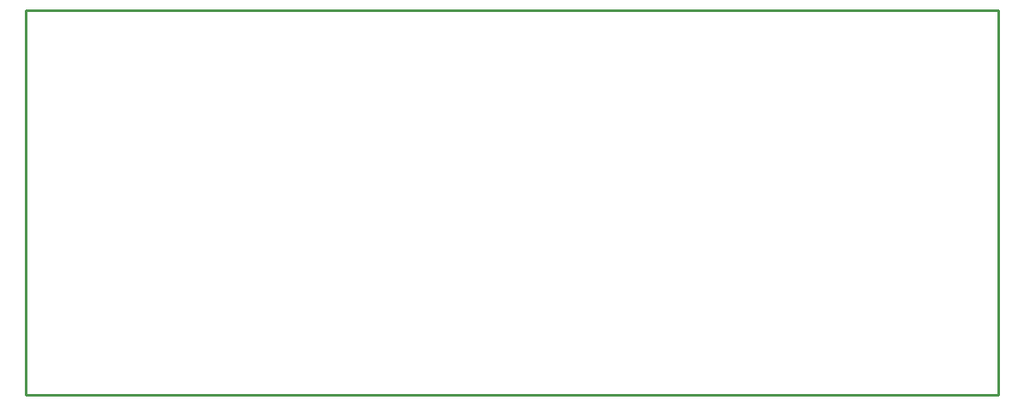
<source format=gm1>
G04*
G04 #@! TF.GenerationSoftware,Altium Limited,Altium Designer,19.0.14 (431)*
G04*
G04 Layer_Color=16711935*
%FSLAX25Y25*%
%MOIN*%
G70*
G01*
G75*
%ADD11C,0.01000*%
D11*
X0Y0D02*
Y149606D01*
X377953Y149606D01*
X0Y0D02*
X377953D01*
X377953Y149606D02*
X377953Y0D01*
M02*

</source>
